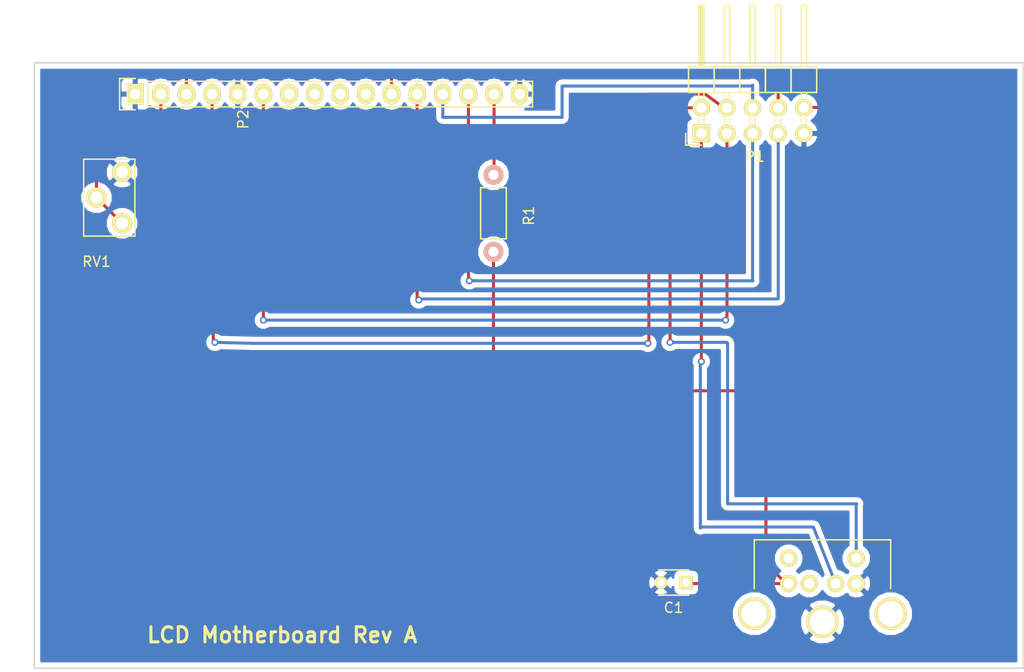
<source format=kicad_pcb>
(kicad_pcb (version 4) (host pcbnew 4.0.3-stable)

  (general
    (links 22)
    (no_connects 0)
    (area 96.599999 73.622599 198.075001 140.5024)
    (thickness 1.6)
    (drawings 6)
    (tracks 105)
    (zones 0)
    (modules 6)
    (nets 19)
  )

  (page A4)
  (layers
    (0 Top signal)
    (31 Bottom signal)
    (33 F.Adhes user)
    (34 B.Paste user)
    (35 F.Paste user)
    (36 B.SilkS user)
    (37 F.SilkS user)
    (38 B.Mask user)
    (39 F.Mask user)
    (40 Dwgs.User user)
    (41 Cmts.User user)
    (42 Eco1.User user)
    (43 Eco2.User user)
    (44 Edge.Cuts user)
    (45 Margin user)
    (48 B.Fab user)
    (49 F.Fab user)
  )

  (setup
    (last_trace_width 0.1524)
    (user_trace_width 0.2)
    (user_trace_width 0.3)
    (user_trace_width 0.5)
    (trace_clearance 0.1524)
    (zone_clearance 0.508)
    (zone_45_only no)
    (trace_min 0.1524)
    (segment_width 0.2)
    (edge_width 0.15)
    (via_size 0.6858)
    (via_drill 0.4)
    (via_min_size 0.6858)
    (via_min_drill 0.3302)
    (uvia_size 0.762)
    (uvia_drill 0.508)
    (uvias_allowed no)
    (uvia_min_size 0)
    (uvia_min_drill 0)
    (pcb_text_width 0.3)
    (pcb_text_size 1.5 1.5)
    (mod_edge_width 0.15)
    (mod_text_size 1 1)
    (mod_text_width 0.15)
    (pad_size 1.99898 1.99898)
    (pad_drill 1.19888)
    (pad_to_mask_clearance 0.2)
    (aux_axis_origin 110.1 82.9)
    (visible_elements 7FFFFFFF)
    (pcbplotparams
      (layerselection 0x010e0_80000001)
      (usegerberextensions true)
      (excludeedgelayer true)
      (linewidth 0.100000)
      (plotframeref false)
      (viasonmask false)
      (mode 1)
      (useauxorigin false)
      (hpglpennumber 1)
      (hpglpenspeed 20)
      (hpglpendiameter 15)
      (hpglpenoverlay 2)
      (psnegative false)
      (psa4output false)
      (plotreference true)
      (plotvalue true)
      (plotinvisibletext false)
      (padsonsilk false)
      (subtractmaskfromsilk false)
      (outputformat 1)
      (mirror false)
      (drillshape 0)
      (scaleselection 1)
      (outputdirectory Gerber/))
  )

  (net 0 "")
  (net 1 "Net-(J1-Pad1)")
  (net 2 "Net-(J1-Pad2)")
  (net 3 "Net-(J1-Pad5)")
  (net 4 "Net-(J1-Pad6)")
  (net 5 "Net-(P1-Pad3)")
  (net 6 "Net-(P1-Pad4)")
  (net 7 "Net-(P1-Pad5)")
  (net 8 "Net-(P1-Pad6)")
  (net 9 "Net-(P1-Pad7)")
  (net 10 "Net-(P1-Pad8)")
  (net 11 "Net-(P2-Pad7)")
  (net 12 "Net-(P2-Pad8)")
  (net 13 "Net-(P2-Pad9)")
  (net 14 "Net-(P2-Pad10)")
  (net 15 GND)
  (net 16 VCC)
  (net 17 "Net-(P2-Pad15)")
  (net 18 "Net-(P2-Pad3)")

  (net_class Default "This is the default net class."
    (clearance 0.1524)
    (trace_width 0.1524)
    (via_dia 0.6858)
    (via_drill 0.4)
    (uvia_dia 0.762)
    (uvia_drill 0.508)
    (add_net GND)
    (add_net "Net-(J1-Pad1)")
    (add_net "Net-(J1-Pad2)")
    (add_net "Net-(J1-Pad5)")
    (add_net "Net-(J1-Pad6)")
    (add_net "Net-(P1-Pad3)")
    (add_net "Net-(P1-Pad4)")
    (add_net "Net-(P1-Pad5)")
    (add_net "Net-(P1-Pad6)")
    (add_net "Net-(P1-Pad7)")
    (add_net "Net-(P1-Pad8)")
    (add_net "Net-(P2-Pad10)")
    (add_net "Net-(P2-Pad15)")
    (add_net "Net-(P2-Pad3)")
    (add_net "Net-(P2-Pad7)")
    (add_net "Net-(P2-Pad8)")
    (add_net "Net-(P2-Pad9)")
    (add_net VCC)
  )

  (module Pin_Headers:Pin_Header_Angled_2x05 (layer Top) (tedit 57D0B30D) (tstamp 579A9008)
    (at 166.1 87 90)
    (descr "Through hole pin header")
    (tags "pin header")
    (path /579A021D)
    (fp_text reference P1 (at -2.3 5.3 180) (layer F.SilkS)
      (effects (font (size 1 1) (thickness 0.15)))
    )
    (fp_text value CONN_02X05 (at -4.5 5.6 180) (layer F.Fab)
      (effects (font (size 1 1) (thickness 0.15)))
    )
    (fp_line (start -1.35 -1.75) (end -1.35 11.95) (layer F.CrtYd) (width 0.05))
    (fp_line (start 13.2 -1.75) (end 13.2 11.95) (layer F.CrtYd) (width 0.05))
    (fp_line (start -1.35 -1.75) (end 13.2 -1.75) (layer F.CrtYd) (width 0.05))
    (fp_line (start -1.35 11.95) (end 13.2 11.95) (layer F.CrtYd) (width 0.05))
    (fp_line (start 1.524 10.414) (end 1.016 10.414) (layer F.SilkS) (width 0.15))
    (fp_line (start 1.524 9.906) (end 1.016 9.906) (layer F.SilkS) (width 0.15))
    (fp_line (start 1.524 7.874) (end 1.016 7.874) (layer F.SilkS) (width 0.15))
    (fp_line (start 1.524 7.366) (end 1.016 7.366) (layer F.SilkS) (width 0.15))
    (fp_line (start 1.524 -0.254) (end 1.016 -0.254) (layer F.SilkS) (width 0.15))
    (fp_line (start 1.524 0.254) (end 1.016 0.254) (layer F.SilkS) (width 0.15))
    (fp_line (start 1.524 5.334) (end 1.016 5.334) (layer F.SilkS) (width 0.15))
    (fp_line (start 1.524 4.826) (end 1.016 4.826) (layer F.SilkS) (width 0.15))
    (fp_line (start 1.524 2.794) (end 1.016 2.794) (layer F.SilkS) (width 0.15))
    (fp_line (start 1.524 2.286) (end 1.016 2.286) (layer F.SilkS) (width 0.15))
    (fp_line (start 4.064 10.414) (end 3.556 10.414) (layer F.SilkS) (width 0.15))
    (fp_line (start 4.064 9.906) (end 3.556 9.906) (layer F.SilkS) (width 0.15))
    (fp_line (start 4.064 -0.254) (end 3.556 -0.254) (layer F.SilkS) (width 0.15))
    (fp_line (start 4.064 0.254) (end 3.556 0.254) (layer F.SilkS) (width 0.15))
    (fp_line (start 4.064 2.286) (end 3.556 2.286) (layer F.SilkS) (width 0.15))
    (fp_line (start 4.064 2.794) (end 3.556 2.794) (layer F.SilkS) (width 0.15))
    (fp_line (start 4.064 7.874) (end 3.556 7.874) (layer F.SilkS) (width 0.15))
    (fp_line (start 4.064 7.366) (end 3.556 7.366) (layer F.SilkS) (width 0.15))
    (fp_line (start 4.064 5.334) (end 3.556 5.334) (layer F.SilkS) (width 0.15))
    (fp_line (start 4.064 4.826) (end 3.556 4.826) (layer F.SilkS) (width 0.15))
    (fp_line (start 0 -1.55) (end -1.15 -1.55) (layer F.SilkS) (width 0.15))
    (fp_line (start -1.15 -1.55) (end -1.15 0) (layer F.SilkS) (width 0.15))
    (fp_line (start 6.604 -0.127) (end 12.573 -0.127) (layer F.SilkS) (width 0.15))
    (fp_line (start 12.573 -0.127) (end 12.573 0.127) (layer F.SilkS) (width 0.15))
    (fp_line (start 12.573 0.127) (end 6.731 0.127) (layer F.SilkS) (width 0.15))
    (fp_line (start 6.731 0.127) (end 6.731 0) (layer F.SilkS) (width 0.15))
    (fp_line (start 6.731 0) (end 12.573 0) (layer F.SilkS) (width 0.15))
    (fp_line (start 4.064 8.89) (end 6.604 8.89) (layer F.SilkS) (width 0.15))
    (fp_line (start 4.064 8.89) (end 4.064 11.43) (layer F.SilkS) (width 0.15))
    (fp_line (start 6.604 9.906) (end 12.7 9.906) (layer F.SilkS) (width 0.15))
    (fp_line (start 12.7 9.906) (end 12.7 10.414) (layer F.SilkS) (width 0.15))
    (fp_line (start 12.7 10.414) (end 6.604 10.414) (layer F.SilkS) (width 0.15))
    (fp_line (start 6.604 11.43) (end 6.604 8.89) (layer F.SilkS) (width 0.15))
    (fp_line (start 4.064 11.43) (end 6.604 11.43) (layer F.SilkS) (width 0.15))
    (fp_line (start 4.064 3.81) (end 6.604 3.81) (layer F.SilkS) (width 0.15))
    (fp_line (start 4.064 3.81) (end 4.064 6.35) (layer F.SilkS) (width 0.15))
    (fp_line (start 4.064 6.35) (end 6.604 6.35) (layer F.SilkS) (width 0.15))
    (fp_line (start 6.604 4.826) (end 12.7 4.826) (layer F.SilkS) (width 0.15))
    (fp_line (start 12.7 4.826) (end 12.7 5.334) (layer F.SilkS) (width 0.15))
    (fp_line (start 12.7 5.334) (end 6.604 5.334) (layer F.SilkS) (width 0.15))
    (fp_line (start 6.604 6.35) (end 6.604 3.81) (layer F.SilkS) (width 0.15))
    (fp_line (start 6.604 8.89) (end 6.604 6.35) (layer F.SilkS) (width 0.15))
    (fp_line (start 12.7 7.874) (end 6.604 7.874) (layer F.SilkS) (width 0.15))
    (fp_line (start 12.7 7.366) (end 12.7 7.874) (layer F.SilkS) (width 0.15))
    (fp_line (start 6.604 7.366) (end 12.7 7.366) (layer F.SilkS) (width 0.15))
    (fp_line (start 4.064 8.89) (end 6.604 8.89) (layer F.SilkS) (width 0.15))
    (fp_line (start 4.064 6.35) (end 4.064 8.89) (layer F.SilkS) (width 0.15))
    (fp_line (start 4.064 6.35) (end 6.604 6.35) (layer F.SilkS) (width 0.15))
    (fp_line (start 4.064 1.27) (end 6.604 1.27) (layer F.SilkS) (width 0.15))
    (fp_line (start 4.064 1.27) (end 4.064 3.81) (layer F.SilkS) (width 0.15))
    (fp_line (start 4.064 3.81) (end 6.604 3.81) (layer F.SilkS) (width 0.15))
    (fp_line (start 6.604 2.286) (end 12.7 2.286) (layer F.SilkS) (width 0.15))
    (fp_line (start 12.7 2.286) (end 12.7 2.794) (layer F.SilkS) (width 0.15))
    (fp_line (start 12.7 2.794) (end 6.604 2.794) (layer F.SilkS) (width 0.15))
    (fp_line (start 6.604 3.81) (end 6.604 1.27) (layer F.SilkS) (width 0.15))
    (fp_line (start 6.604 1.27) (end 6.604 -1.27) (layer F.SilkS) (width 0.15))
    (fp_line (start 12.7 0.254) (end 6.604 0.254) (layer F.SilkS) (width 0.15))
    (fp_line (start 12.7 -0.254) (end 12.7 0.254) (layer F.SilkS) (width 0.15))
    (fp_line (start 6.604 -0.254) (end 12.7 -0.254) (layer F.SilkS) (width 0.15))
    (fp_line (start 4.064 1.27) (end 6.604 1.27) (layer F.SilkS) (width 0.15))
    (fp_line (start 4.064 -1.27) (end 4.064 1.27) (layer F.SilkS) (width 0.15))
    (fp_line (start 4.064 -1.27) (end 6.604 -1.27) (layer F.SilkS) (width 0.15))
    (pad 10 thru_hole rect (at 0 0 90) (size 1.7272 1.7272) (drill 1.016) (layers *.Cu *.Mask F.SilkS)
      (net 1 "Net-(J1-Pad1)"))
    (pad 9 thru_hole oval (at 2.54 0 90) (size 1.7272 1.7272) (drill 1.016) (layers *.Cu *.Mask F.SilkS)
      (net 3 "Net-(J1-Pad5)"))
    (pad 8 thru_hole oval (at 0 2.54 90) (size 1.7272 1.7272) (drill 1.016) (layers *.Cu *.Mask F.SilkS)
      (net 10 "Net-(P1-Pad8)"))
    (pad 7 thru_hole oval (at 2.54 2.54 90) (size 1.7272 1.7272) (drill 1.016) (layers *.Cu *.Mask F.SilkS)
      (net 9 "Net-(P1-Pad7)"))
    (pad 6 thru_hole oval (at 0 5.08 90) (size 1.7272 1.7272) (drill 1.016) (layers *.Cu *.Mask F.SilkS)
      (net 8 "Net-(P1-Pad6)"))
    (pad 5 thru_hole oval (at 2.54 5.08 90) (size 1.7272 1.7272) (drill 1.016) (layers *.Cu *.Mask F.SilkS)
      (net 7 "Net-(P1-Pad5)"))
    (pad 4 thru_hole oval (at 0 7.62 90) (size 1.7272 1.7272) (drill 1.016) (layers *.Cu *.Mask F.SilkS)
      (net 6 "Net-(P1-Pad4)"))
    (pad 3 thru_hole oval (at 2.54 7.62 90) (size 1.7272 1.7272) (drill 1.016) (layers *.Cu *.Mask F.SilkS)
      (net 5 "Net-(P1-Pad3)"))
    (pad 2 thru_hole oval (at 0 10.16 90) (size 1.7272 1.7272) (drill 1.016) (layers *.Cu *.Mask F.SilkS)
      (net 15 GND))
    (pad 1 thru_hole oval (at 2.54 10.16 90) (size 1.7272 1.7272) (drill 1.016) (layers *.Cu *.Mask F.SilkS)
      (net 16 VCC))
    (model Pin_Headers.3dshapes/Pin_Header_Angled_2x05.wrl
      (at (xyz 0.05 -0.2 0))
      (scale (xyz 1 1 1))
      (rotate (xyz 0 0 90))
    )
  )

  (module Capacitors_ThroughHole:C_Disc_D3_P2.5 (layer Top) (tedit 57BCD550) (tstamp 57A87480)
    (at 164.6 131.5 180)
    (descr "Capacitor 3mm Disc, Pitch 2.5mm")
    (tags Capacitor)
    (path /579A005D)
    (fp_text reference C1 (at 1.25 -2.5 180) (layer F.SilkS)
      (effects (font (size 1 1) (thickness 0.15)))
    )
    (fp_text value ".01 uf" (at 1.6 2.3 180) (layer F.Fab)
      (effects (font (size 1 1) (thickness 0.15)))
    )
    (fp_line (start -0.9 -1.5) (end 3.4 -1.5) (layer F.CrtYd) (width 0.05))
    (fp_line (start 3.4 -1.5) (end 3.4 1.5) (layer F.CrtYd) (width 0.05))
    (fp_line (start 3.4 1.5) (end -0.9 1.5) (layer F.CrtYd) (width 0.05))
    (fp_line (start -0.9 1.5) (end -0.9 -1.5) (layer F.CrtYd) (width 0.05))
    (fp_line (start -0.25 -1.25) (end 2.75 -1.25) (layer F.SilkS) (width 0.15))
    (fp_line (start 2.75 1.25) (end -0.25 1.25) (layer F.SilkS) (width 0.15))
    (pad 1 thru_hole rect (at 0 0 180) (size 1.3 1.3) (drill 0.8) (layers *.Cu *.Mask F.SilkS)
      (net 16 VCC))
    (pad 2 thru_hole circle (at 2.5 0 180) (size 1.3 1.3) (drill 0.8001) (layers *.Cu *.Mask F.SilkS)
      (net 15 GND))
    (model Capacitors_ThroughHole.3dshapes/C_Disc_D3_P2.5.wrl
      (at (xyz 0.0492126 0 0))
      (scale (xyz 1 1 1))
      (rotate (xyz 0 0 0))
    )
  )

  (module Pin_Headers:Pin_Header_Straight_1x16 (layer Top) (tedit 57D0B2E0) (tstamp 57AC88D3)
    (at 110 83.1 90)
    (descr "Through hole pin header")
    (tags "pin header")
    (path /57AC86CB)
    (fp_text reference P2 (at -2.5 10.7 90) (layer F.SilkS)
      (effects (font (size 1 1) (thickness 0.15)))
    )
    (fp_text value CONN_01X16 (at -2.5 19.2 360) (layer F.Fab)
      (effects (font (size 1 1) (thickness 0.15)))
    )
    (fp_line (start -1.75 -1.75) (end -1.75 39.85) (layer F.CrtYd) (width 0.05))
    (fp_line (start 1.75 -1.75) (end 1.75 39.85) (layer F.CrtYd) (width 0.05))
    (fp_line (start -1.75 -1.75) (end 1.75 -1.75) (layer F.CrtYd) (width 0.05))
    (fp_line (start -1.75 39.85) (end 1.75 39.85) (layer F.CrtYd) (width 0.05))
    (fp_line (start -1.27 1.27) (end -1.27 39.37) (layer F.SilkS) (width 0.15))
    (fp_line (start -1.27 39.37) (end 1.27 39.37) (layer F.SilkS) (width 0.15))
    (fp_line (start 1.27 39.37) (end 1.27 1.27) (layer F.SilkS) (width 0.15))
    (fp_line (start 1.55 -1.55) (end 1.55 0) (layer F.SilkS) (width 0.15))
    (fp_line (start 1.27 1.27) (end -1.27 1.27) (layer F.SilkS) (width 0.15))
    (fp_line (start -1.55 0) (end -1.55 -1.55) (layer F.SilkS) (width 0.15))
    (fp_line (start -1.55 -1.55) (end 1.55 -1.55) (layer F.SilkS) (width 0.15))
    (pad 1 thru_hole rect (at 0 0 90) (size 2.032 1.7272) (drill 1.016) (layers *.Cu *.Mask F.SilkS)
      (net 15 GND))
    (pad 2 thru_hole oval (at 0 2.54 90) (size 2.032 1.7272) (drill 1.016) (layers *.Cu *.Mask F.SilkS)
      (net 16 VCC))
    (pad 3 thru_hole oval (at 0 5.08 90) (size 2.032 1.7272) (drill 1.016) (layers *.Cu *.Mask F.SilkS)
      (net 18 "Net-(P2-Pad3)"))
    (pad 4 thru_hole oval (at 0 7.62 90) (size 2.032 1.7272) (drill 1.016) (layers *.Cu *.Mask F.SilkS)
      (net 9 "Net-(P1-Pad7)"))
    (pad 5 thru_hole oval (at 0 10.16 90) (size 2.032 1.7272) (drill 1.016) (layers *.Cu *.Mask F.SilkS)
      (net 15 GND))
    (pad 6 thru_hole oval (at 0 12.7 90) (size 2.032 1.7272) (drill 1.016) (layers *.Cu *.Mask F.SilkS)
      (net 10 "Net-(P1-Pad8)"))
    (pad 7 thru_hole oval (at 0 15.24 90) (size 2.032 1.7272) (drill 1.016) (layers *.Cu *.Mask F.SilkS)
      (net 11 "Net-(P2-Pad7)"))
    (pad 8 thru_hole oval (at 0 17.78 90) (size 2.032 1.7272) (drill 1.016) (layers *.Cu *.Mask F.SilkS)
      (net 12 "Net-(P2-Pad8)"))
    (pad 9 thru_hole oval (at 0 20.32 90) (size 2.032 1.7272) (drill 1.016) (layers *.Cu *.Mask F.SilkS)
      (net 13 "Net-(P2-Pad9)"))
    (pad 10 thru_hole oval (at 0 22.86 90) (size 2.032 1.7272) (drill 1.016) (layers *.Cu *.Mask F.SilkS)
      (net 14 "Net-(P2-Pad10)"))
    (pad 11 thru_hole oval (at 0 25.4 90) (size 2.032 1.7272) (drill 1.016) (layers *.Cu *.Mask F.SilkS)
      (net 5 "Net-(P1-Pad3)"))
    (pad 12 thru_hole oval (at 0 27.94 90) (size 2.032 1.7272) (drill 1.016) (layers *.Cu *.Mask F.SilkS)
      (net 6 "Net-(P1-Pad4)"))
    (pad 13 thru_hole oval (at 0 30.48 90) (size 2.032 1.7272) (drill 1.016) (layers *.Cu *.Mask F.SilkS)
      (net 7 "Net-(P1-Pad5)"))
    (pad 14 thru_hole oval (at 0 33.02 90) (size 2.032 1.7272) (drill 1.016) (layers *.Cu *.Mask F.SilkS)
      (net 8 "Net-(P1-Pad6)"))
    (pad 15 thru_hole oval (at 0 35.56 90) (size 2.032 1.7272) (drill 1.016) (layers *.Cu *.Mask F.SilkS)
      (net 17 "Net-(P2-Pad15)"))
    (pad 16 thru_hole oval (at 0 38.1 90) (size 2.032 1.7272) (drill 1.016) (layers *.Cu *.Mask F.SilkS)
      (net 15 GND))
    (model Pin_Headers.3dshapes/Pin_Header_Straight_1x16.wrl
      (at (xyz 0 -0.75 0))
      (scale (xyz 1 1 1))
      (rotate (xyz 0 0 90))
    )
  )

  (module myfootprint:DIN_Mini_6P (layer Top) (tedit 57F02C2A) (tstamp 579A8FFA)
    (at 178.1 140.1 180)
    (descr http://www.te.com/commerce/DocumentDelivery/DDEController?Action=showdoc&DocId=Customer+Drawing%7F5749180%7FA1%7Fpdf%7FEnglish%7FENG_CD_5749180_A1.pdf%7F5749180-1)
    (tags PS2)
    (path /57A274D4)
    (fp_text reference J1 (at -0.1 14.4 180) (layer F.SilkS) hide
      (effects (font (size 1 1) (thickness 0.15)))
    )
    (fp_text value CONN_miniDIN (at -0.1 16 180) (layer F.Fab)
      (effects (font (size 1 1) (thickness 0.15)))
    )
    (fp_line (start 6.76 8) (end 6.76 12.83) (layer F.SilkS) (width 0.15))
    (fp_line (start -6.76 12.83) (end 6.76 12.83) (layer F.SilkS) (width 0.15))
    (fp_line (start -6.76 8) (end -6.76 12.83) (layer F.SilkS) (width 0.15))
    (fp_line (start -6.76 0) (end 6.76 0) (layer F.CrtYd) (width 0.05))
    (fp_line (start 6.76 12.83) (end 6.76 0) (layer F.CrtYd) (width 0.05))
    (fp_line (start -6.76 12.83) (end -6.76 0) (layer F.CrtYd) (width 0.05))
    (pad "" thru_hole circle (at -6.76 5.51 180) (size 3.2 3.2) (drill 2.5) (layers *.Cu *.Mask F.SilkS))
    (pad 2 thru_hole circle (at 1.3 8.5 180) (size 1.7 1.7) (drill 1) (layers *.Cu *.Mask F.SilkS)
      (net 2 "Net-(J1-Pad2)"))
    (pad 4 thru_hole circle (at 3.35 8.5 180) (size 1.7 1.7) (drill 1) (layers *.Cu *.Mask F.SilkS)
      (net 16 VCC))
    (pad 1 thru_hole circle (at -1.3 8.5 180) (size 1.7 1.7) (drill 1) (layers *.Cu *.Mask F.SilkS)
      (net 1 "Net-(J1-Pad1)"))
    (pad 3 thru_hole circle (at -3.35 8.5 180) (size 1.7 1.7) (drill 1) (layers *.Cu *.Mask F.SilkS)
      (net 15 GND))
    (pad 6 thru_hole circle (at 3.35 11 180) (size 1.7 1.7) (drill 1) (layers *.Cu *.Mask F.SilkS)
      (net 4 "Net-(J1-Pad6)"))
    (pad 5 thru_hole circle (at -3.35 11 180) (size 1.7 1.7) (drill 1) (layers *.Cu *.Mask F.SilkS)
      (net 3 "Net-(J1-Pad5)"))
    (pad 7 thru_hole circle (at 0 4.7 180) (size 3.2 3.2) (drill 2.5) (layers *.Cu *.Mask F.SilkS)
      (net 15 GND))
    (pad "" thru_hole circle (at 6.76 5.51 180) (size 3.2 3.2) (drill 2.5) (layers *.Cu *.Mask F.SilkS))
    (model Connect.3dshapes/DIN_Mini_6P.wrl
      (at (xyz 0 -0 0))
      (scale (xyz 1 1 1))
      (rotate (xyz 0 0 0))
    )
  )

  (module Resistors_ThroughHole:Resistor_Horizontal_RM7mm (layer Top) (tedit 569FCF07) (tstamp 58010ACF)
    (at 145.5 91.1 270)
    (descr "Resistor, Axial,  RM 7.62mm, 1/3W,")
    (tags "Resistor Axial RM 7.62mm 1/3W R3")
    (path /5799FE6C)
    (fp_text reference R1 (at 4.05892 -3.50012 270) (layer F.SilkS)
      (effects (font (size 1 1) (thickness 0.15)))
    )
    (fp_text value 62 (at 3.81 3.81 270) (layer F.Fab)
      (effects (font (size 1 1) (thickness 0.15)))
    )
    (fp_line (start -1.25 -1.5) (end 8.85 -1.5) (layer F.CrtYd) (width 0.05))
    (fp_line (start -1.25 1.5) (end -1.25 -1.5) (layer F.CrtYd) (width 0.05))
    (fp_line (start 8.85 -1.5) (end 8.85 1.5) (layer F.CrtYd) (width 0.05))
    (fp_line (start -1.25 1.5) (end 8.85 1.5) (layer F.CrtYd) (width 0.05))
    (fp_line (start 1.27 -1.27) (end 6.35 -1.27) (layer F.SilkS) (width 0.15))
    (fp_line (start 6.35 -1.27) (end 6.35 1.27) (layer F.SilkS) (width 0.15))
    (fp_line (start 6.35 1.27) (end 1.27 1.27) (layer F.SilkS) (width 0.15))
    (fp_line (start 1.27 1.27) (end 1.27 -1.27) (layer F.SilkS) (width 0.15))
    (pad 1 thru_hole circle (at 0 0 270) (size 1.99898 1.99898) (drill 1.00076) (layers *.Cu *.SilkS *.Mask)
      (net 17 "Net-(P2-Pad15)"))
    (pad 2 thru_hole circle (at 7.62 0 270) (size 1.99898 1.99898) (drill 1.00076) (layers *.Cu *.SilkS *.Mask)
      (net 16 VCC))
  )

  (module myfootprint:Potentiometer_Bourns_3382H (layer Top) (tedit 580A2EE7) (tstamp 57D078EB)
    (at 108.7 95.9 180)
    (descr "Potentiometer, Bourns 3352H 3/8\" Trimpot")
    (tags "Potentiometer, Bourns 3352H")
    (path /5799FF27)
    (autoplace_cost90 10)
    (autoplace_cost180 10)
    (fp_text reference RV1 (at 2.54 -3.81 180) (layer F.SilkS)
      (effects (font (size 1 1) (thickness 0.15)))
    )
    (fp_text value 10K (at 2.54 8.382 180) (layer F.Fab)
      (effects (font (size 1 1) (thickness 0.15)))
    )
    (fp_line (start 3.81 -1.27) (end 3.81 6.35) (layer F.SilkS) (width 0.15))
    (fp_line (start 3.81 6.35) (end -1.27 6.35) (layer F.SilkS) (width 0.15))
    (fp_line (start -1.27 6.35) (end -1.27 -1.27) (layer F.SilkS) (width 0.15))
    (fp_line (start -1.27 -1.27) (end 3.81 -1.27) (layer F.SilkS) (width 0.15))
    (pad 2 thru_hole circle (at 2.54 2.54 180) (size 1.99898 1.99898) (drill 1.19888) (layers *.Cu *.Mask F.SilkS)
      (net 18 "Net-(P2-Pad3)"))
    (pad 3 thru_hole circle (at 0 5.08 180) (size 1.99898 1.99898) (drill 1.19888) (layers *.Cu *.Mask F.SilkS)
      (net 15 GND))
    (pad 1 thru_hole circle (at 0 0 180) (size 1.99898 1.99898) (drill 1.19888) (layers *.Cu *.Mask F.SilkS)
      (net 18 "Net-(P2-Pad3)"))
  )

  (gr_text "LCD Motherboard Rev A" (at 111 136.7) (layer F.SilkS)
    (effects (font (size 1.5 1.5) (thickness 0.3)) (justify left))
  )
  (gr_line (start 198 140) (end 100 140) (angle 90) (layer Edge.Cuts) (width 0.15))
  (gr_line (start 100 140) (end 100 80) (angle 90) (layer Edge.Cuts) (width 0.15))
  (gr_line (start 198 80) (end 198 140) (angle 90) (layer Edge.Cuts) (width 0.15))
  (gr_line (start 100 80) (end 198 80) (angle 90) (layer Edge.Cuts) (width 0.15))
  (gr_line (start 96.7 107.4) (end 96.7 107) (angle 90) (layer B.Adhes) (width 0.2))

  (segment (start 179.98 117.48) (end 180 117.5) (width 0.3) (layer Top) (net 0) (tstamp 57BCD1E6) (status 30))
  (segment (start 179.98 117.48) (end 180 117.5) (width 0.3) (layer Top) (net 0) (tstamp 57BCD11D) (status 30))
  (segment (start 166.1 87) (end 166.1 109.6) (width 0.3) (layer Top) (net 1))
  (segment (start 177.2 126) (end 179.4 131.6) (width 0.3) (layer Bottom) (net 1) (tstamp 57F030FF))
  (segment (start 177 126) (end 177.2 126) (width 0.3) (layer Bottom) (net 1) (tstamp 57F030FA))
  (segment (start 166.1 126) (end 177 126) (width 0.3) (layer Bottom) (net 1) (tstamp 57F030F6))
  (segment (start 166 126.1) (end 166.1 126) (width 0.3) (layer Bottom) (net 1) (tstamp 57F030F2))
  (segment (start 166 109.7) (end 166 126.1) (width 0.3) (layer Bottom) (net 1) (tstamp 57F030ED))
  (segment (start 166.1 109.6) (end 166 109.7) (width 0.3) (layer Bottom) (net 1) (tstamp 57F030EC))
  (via (at 166.1 109.6) (size 0.6858) (drill 0.4) (layers Top Bottom) (net 1))
  (segment (start 166.1 84.46) (end 162.96 84.46) (width 0.3) (layer Top) (net 3))
  (segment (start 181.45 123.75) (end 181.45 129.1) (width 0.3) (layer Bottom) (net 3) (tstamp 57F0333A))
  (segment (start 181.5 123.7) (end 181.45 123.75) (width 0.3) (layer Bottom) (net 3) (tstamp 57F03336))
  (segment (start 168.9 123.7) (end 181.5 123.7) (width 0.3) (layer Bottom) (net 3) (tstamp 57F0332D))
  (segment (start 168.7 123.7) (end 168.9 123.7) (width 0.3) (layer Bottom) (net 3) (tstamp 57F03327))
  (segment (start 168.7 107.8) (end 168.7 123.7) (width 0.3) (layer Bottom) (net 3) (tstamp 57F0331E))
  (segment (start 168.6 107.7) (end 168.7 107.8) (width 0.3) (layer Bottom) (net 3) (tstamp 57F03317))
  (segment (start 163 107.7) (end 168.6 107.7) (width 0.3) (layer Bottom) (net 3) (tstamp 57F03316))
  (via (at 163 107.7) (size 0.6858) (drill 0.4) (layers Top Bottom) (net 3))
  (segment (start 163 84.5) (end 163 107.7) (width 0.3) (layer Top) (net 3) (tstamp 57F032DD))
  (segment (start 162.96 84.46) (end 163 84.5) (width 0.3) (layer Top) (net 3) (tstamp 57F032D4))
  (segment (start 181.517312 129.122912) (end 181.5 129.1) (width 0.1524) (layer Top) (net 3) (tstamp 57A68131) (status 30))
  (segment (start 181.5 129.1) (end 181.5 129.090571) (width 0.1524) (layer Top) (net 3) (status 30))
  (segment (start 173.72 84.46) (end 173.72 81.08) (width 0.3) (layer Top) (net 5))
  (segment (start 135.4 81.2) (end 135.4 83.1) (width 0.3) (layer Top) (net 5) (tstamp 580D2336))
  (segment (start 135.5 81.1) (end 135.4 81.2) (width 0.3) (layer Top) (net 5) (tstamp 580D232A))
  (segment (start 173.7 81.1) (end 135.5 81.1) (width 0.3) (layer Top) (net 5) (tstamp 580D2319))
  (segment (start 173.72 81.08) (end 173.7 81.1) (width 0.3) (layer Top) (net 5) (tstamp 580D2312))
  (segment (start 173.72 84.46) (end 173.72 83.62) (width 0.3) (layer Top) (net 5) (status 30))
  (segment (start 173.72 84.66) (end 173.54 84.66) (width 0.25) (layer Bottom) (net 5) (status 30))
  (segment (start 173.72 103.38) (end 173.72 87.2) (width 0.3) (layer Bottom) (net 6) (tstamp 57A67877) (status 20))
  (segment (start 138.1 103.5) (end 138.2 103.4) (width 0.3) (layer Bottom) (net 6) (tstamp 57A67874))
  (segment (start 173.7 103.4) (end 173.72 103.38) (width 0.3) (layer Bottom) (net 6) (tstamp 57A67876))
  (segment (start 138.2 103.4) (end 173.7 103.4) (width 0.3) (layer Bottom) (net 6) (tstamp 57A67875))
  (via (at 138.1 103.5) (size 0.6858) (drill 0.4) (layers Top Bottom) (net 6))
  (segment (start 137.98 103.5) (end 138.1 103.5) (width 0.3) (layer Top) (net 6) (tstamp 57A67872))
  (segment (start 137.94 103.54) (end 137.98 103.5) (width 0.3) (layer Top) (net 6) (tstamp 57A67871))
  (segment (start 137.94 83.4) (end 137.94 103.54) (width 0.3) (layer Top) (net 6) (status 10))
  (segment (start 152.3 82.3) (end 152.3 85.4) (width 0.3) (layer Bottom) (net 7))
  (segment (start 171.18 82.22) (end 171.1 82.3) (width 0.3) (layer Bottom) (net 7) (tstamp 580D237B))
  (segment (start 171.1 82.3) (end 152.3 82.3) (width 0.3) (layer Bottom) (net 7) (tstamp 580D238A))
  (segment (start 152.3 85.4) (end 140.5 85.4) (width 0.3) (layer Bottom) (net 7) (tstamp 580D23A7))
  (segment (start 140.5 85.4) (end 140.48 85.38) (width 0.3) (layer Bottom) (net 7) (tstamp 580D23B1))
  (segment (start 140.48 83.1) (end 140.48 85.38) (width 0.3) (layer Bottom) (net 7) (tstamp 580D23B9))
  (segment (start 171.18 82.22) (end 171.18 84.46) (width 0.3) (layer Bottom) (net 7))
  (segment (start 143.02 83.4) (end 143.02 101.52) (width 0.3) (layer Top) (net 8) (status 10))
  (via (at 143.1 101.6) (size 0.6858) (drill 0.4) (layers Top Bottom) (net 8))
  (segment (start 143.02 101.52) (end 143.1 101.6) (width 0.3) (layer Top) (net 8) (tstamp 57A6787E))
  (segment (start 143.1 101.6) (end 171.2 101.6) (width 0.3) (layer Bottom) (net 8) (tstamp 57A67889))
  (segment (start 171.2 101.6) (end 171.18 101.58) (width 0.3) (layer Bottom) (net 8) (tstamp 57A6788A))
  (segment (start 171.18 101.58) (end 171.18 87.2) (width 0.3) (layer Bottom) (net 8) (tstamp 57A6788F) (status 20))
  (segment (start 160.9 83.1) (end 160.9 87.9) (width 0.3) (layer Top) (net 9))
  (segment (start 166.48 83.1) (end 160.9 83.1) (width 0.3) (layer Top) (net 9) (tstamp 57A885C7))
  (segment (start 168.34 84.46) (end 166.48 83.1) (width 0.3) (layer Top) (net 9) (tstamp 57A885C3) (status 10))
  (segment (start 168.64 84.46) (end 168.34 84.46) (width 0.3) (layer Top) (net 9) (status 30))
  (segment (start 117.62 83.4) (end 117.62 96.78) (width 0.3) (layer Top) (net 9) (status 10))
  (segment (start 117.62 96.78) (end 117.74 107.6) (width 0.3) (layer Top) (net 9) (tstamp 57A677D4))
  (segment (start 117.74 107.6) (end 117.9 107.7) (width 0.3) (layer Top) (net 9) (tstamp 57A677D5))
  (via (at 117.9 107.7) (size 0.6858) (drill 0.4) (layers Top Bottom) (net 9))
  (segment (start 117.9 107.7) (end 121.7 107.8) (width 0.3) (layer Bottom) (net 9) (tstamp 57A677D7))
  (segment (start 121.7 107.8) (end 160.8 107.8) (width 0.3) (layer Bottom) (net 9) (tstamp 57A677D8))
  (via (at 160.8 107.8) (size 0.6858) (drill 0.4) (layers Top Bottom) (net 9))
  (segment (start 160.8 107.8) (end 160.9 107.7) (width 0.3) (layer Top) (net 9) (tstamp 57A677DA))
  (segment (start 160.9 107.7) (end 160.9 88) (width 0.3) (layer Top) (net 9) (tstamp 57A677DB))
  (segment (start 122.7 83.4) (end 122.7 105.5) (width 0.3) (layer Top) (net 10) (status 10))
  (via (at 122.7 105.5) (size 0.6858) (drill 0.4) (layers Top Bottom) (net 10))
  (segment (start 122.7 105.5) (end 168.5 105.5) (width 0.3) (layer Bottom) (net 10) (tstamp 57A88538))
  (via (at 168.5 105.5) (size 0.6858) (drill 0.4) (layers Top Bottom) (net 10))
  (segment (start 168.5 105.5) (end 168.64 105.36) (width 0.3) (layer Top) (net 10) (tstamp 57A88551))
  (segment (start 168.64 105.36) (end 168.64 87) (width 0.3) (layer Top) (net 10) (tstamp 57A88552) (status 20))
  (segment (start 168.5 86.5) (end 168.64 86.64) (width 0.3) (layer Top) (net 10) (tstamp 57A677DE) (status 30))
  (segment (start 181.45 131.55) (end 181.45 131.6) (width 0.3) (layer Top) (net 15) (tstamp 57BCD208))
  (segment (start 181.45 131.55) (end 181.45 131.6) (width 0.3) (layer Top) (net 15) (tstamp 57BCD0A4))
  (segment (start 112.5 90.82) (end 112.5 112.5) (width 0.3) (layer Top) (net 16))
  (segment (start 112.5 90.82) (end 112.54 90.82) (width 0.3) (layer Top) (net 16) (tstamp 58012814))
  (segment (start 112.52 90.8) (end 112.54 90.8) (width 0.3) (layer Top) (net 16) (tstamp 58010B06))
  (segment (start 112.54 90.82) (end 112.52 90.8) (width 0.3) (layer Top) (net 16) (tstamp 58010B02))
  (segment (start 112.54 90.6) (end 112.54 90.8) (width 0.3) (layer Top) (net 16) (tstamp 57D07DCD))
  (segment (start 145.5 98.72) (end 145.5 112.4) (width 0.3) (layer Top) (net 16))
  (segment (start 145.5 112.4) (end 145.6 112.5) (width 0.3) (layer Top) (net 16) (tstamp 580D21FE))
  (segment (start 176.42 84.42) (end 177.8 84.42) (width 0.3) (layer Top) (net 16))
  (segment (start 177.8 112.5) (end 172.5 112.5) (width 0.3) (layer Top) (net 16) (tstamp 58010C5F))
  (segment (start 177.8 84.42) (end 177.8 112.5) (width 0.3) (layer Top) (net 16) (tstamp 58010C4B))
  (segment (start 176.42 84.42) (end 176.26 84.46) (width 0.3) (layer Top) (net 16) (tstamp 5808BFA1))
  (segment (start 112.5 112.5) (end 145.6 112.5) (width 0.3) (layer Top) (net 16) (tstamp 58012816))
  (segment (start 145.6 112.5) (end 172.5 112.5) (width 0.3) (layer Top) (net 16) (tstamp 5801284F))
  (segment (start 174.75 131.6) (end 174.5 131.6) (width 0.3) (layer Top) (net 16))
  (segment (start 174.5 131.6) (end 172.5 129.6) (width 0.3) (layer Top) (net 16) (tstamp 58010C8F))
  (segment (start 172.5 129.6) (end 172.5 112.5) (width 0.3) (layer Top) (net 16) (tstamp 58010C96))
  (segment (start 164.6 131.5) (end 164.6 131.3) (width 0.3) (layer Top) (net 16) (status 10))
  (segment (start 164.9 131.6) (end 164.6 131.6) (width 0.3) (layer Top) (net 16) (tstamp 57F02DF8))
  (segment (start 164.6 131.3) (end 164.9 131.6) (width 0.3) (layer Top) (net 16) (tstamp 57F02DF1))
  (segment (start 164.6 131.6) (end 174.75 131.6) (width 0.3) (layer Top) (net 16) (tstamp 57F02DFB))
  (segment (start 174.7 131.6) (end 174.7 131.7) (width 0.3) (layer Top) (net 16) (status 30))
  (segment (start 112.54 83.1) (end 112.54 90.6) (width 0.3) (layer Top) (net 16) (status 10))
  (segment (start 145.56 83.1) (end 145.56 90.86) (width 0.3) (layer Top) (net 17) (status 20))
  (segment (start 145.56 90.86) (end 145.6 90.9) (width 0.3) (layer Top) (net 17) (tstamp 57B1C764) (status 30))
  (segment (start 145.56 90.86) (end 145.6 90.9) (width 0.3) (layer Top) (net 17) (tstamp 57B1C72E) (status 30))
  (segment (start 106.16 93.36) (end 108.7 95.9) (width 0.3) (layer Top) (net 18))
  (segment (start 108.74 95.86) (end 108.7 95.9) (width 0.3) (layer Top) (net 18) (tstamp 57B668E7) (status 30))
  (segment (start 115.08 83.1) (end 115.08 81.02) (width 0.3) (layer Top) (net 18))
  (segment (start 106.16 81.26) (end 106.16 93.36) (width 0.3) (layer Top) (net 18) (tstamp 580A2E3C))
  (segment (start 106 81.1) (end 106.16 81.26) (width 0.3) (layer Top) (net 18) (tstamp 580A2E23))
  (segment (start 115 81.1) (end 106 81.1) (width 0.3) (layer Top) (net 18) (tstamp 580A2E16))
  (segment (start 115.08 81.02) (end 115 81.1) (width 0.3) (layer Top) (net 18) (tstamp 580A2E12))

  (zone (net 15) (net_name GND) (layer Bottom) (tstamp 57A887F0) (hatch edge 0.508)
    (connect_pads (clearance 0.508))
    (min_thickness 0.254)
    (fill yes (arc_segments 16) (thermal_gap 0.508) (thermal_bridge_width 0.508))
    (polygon
      (pts
        (xy 100.1 80.1) (xy 100 140) (xy 198 140) (xy 198 80) (xy 100 80)
      )
    )
    (filled_polygon
      (pts
        (xy 197.29 139.29) (xy 100.71 139.29) (xy 100.71 136.986202) (xy 176.693403 136.986202) (xy 176.86539 137.31536)
        (xy 177.692346 137.642026) (xy 178.581363 137.627365) (xy 179.33461 137.31536) (xy 179.506597 136.986202) (xy 178.1 135.579605)
        (xy 176.693403 136.986202) (xy 100.71 136.986202) (xy 100.71 135.032619) (xy 169.104613 135.032619) (xy 169.444155 135.854372)
        (xy 170.072321 136.483636) (xy 170.893481 136.824611) (xy 171.782619 136.825387) (xy 172.604372 136.485845) (xy 173.233636 135.857679)
        (xy 173.574611 135.036519) (xy 173.574649 134.992346) (xy 175.857974 134.992346) (xy 175.872635 135.881363) (xy 176.18464 136.63461)
        (xy 176.513798 136.806597) (xy 177.920395 135.4) (xy 178.279605 135.4) (xy 179.686202 136.806597) (xy 180.01536 136.63461)
        (xy 180.342026 135.807654) (xy 180.329245 135.032619) (xy 182.624613 135.032619) (xy 182.964155 135.854372) (xy 183.592321 136.483636)
        (xy 184.413481 136.824611) (xy 185.302619 136.825387) (xy 186.124372 136.485845) (xy 186.753636 135.857679) (xy 187.094611 135.036519)
        (xy 187.095387 134.147381) (xy 186.755845 133.325628) (xy 186.127679 132.696364) (xy 185.306519 132.355389) (xy 184.417381 132.354613)
        (xy 183.595628 132.694155) (xy 182.966364 133.322321) (xy 182.625389 134.143481) (xy 182.624613 135.032619) (xy 180.329245 135.032619)
        (xy 180.327365 134.918637) (xy 180.01536 134.16539) (xy 179.686202 133.993403) (xy 178.279605 135.4) (xy 177.920395 135.4)
        (xy 176.513798 133.993403) (xy 176.18464 134.16539) (xy 175.857974 134.992346) (xy 173.574649 134.992346) (xy 173.575387 134.147381)
        (xy 173.437554 133.813798) (xy 176.693403 133.813798) (xy 178.1 135.220395) (xy 179.506597 133.813798) (xy 179.33461 133.48464)
        (xy 178.507654 133.157974) (xy 177.618637 133.172635) (xy 176.86539 133.48464) (xy 176.693403 133.813798) (xy 173.437554 133.813798)
        (xy 173.235845 133.325628) (xy 172.607679 132.696364) (xy 171.786519 132.355389) (xy 170.897381 132.354613) (xy 170.075628 132.694155)
        (xy 169.446364 133.322321) (xy 169.105389 134.143481) (xy 169.104613 135.032619) (xy 100.71 135.032619) (xy 100.71 132.399016)
        (xy 161.38059 132.399016) (xy 161.436271 132.629611) (xy 161.919078 132.797622) (xy 162.429428 132.768083) (xy 162.763729 132.629611)
        (xy 162.81941 132.399016) (xy 162.1 131.679605) (xy 161.38059 132.399016) (xy 100.71 132.399016) (xy 100.71 131.319078)
        (xy 160.802378 131.319078) (xy 160.831917 131.829428) (xy 160.970389 132.163729) (xy 161.200984 132.21941) (xy 161.920395 131.5)
        (xy 162.279605 131.5) (xy 162.999016 132.21941) (xy 163.229611 132.163729) (xy 163.30256 131.954098) (xy 163.30256 132.15)
        (xy 163.346838 132.385317) (xy 163.48591 132.601441) (xy 163.69811 132.746431) (xy 163.95 132.79744) (xy 165.25 132.79744)
        (xy 165.485317 132.753162) (xy 165.701441 132.61409) (xy 165.846431 132.40189) (xy 165.89744 132.15) (xy 165.89744 130.85)
        (xy 165.853162 130.614683) (xy 165.71409 130.398559) (xy 165.50189 130.253569) (xy 165.25 130.20256) (xy 163.95 130.20256)
        (xy 163.714683 130.246838) (xy 163.498559 130.38591) (xy 163.353569 130.59811) (xy 163.30256 130.85) (xy 163.30256 131.012385)
        (xy 163.229611 130.836271) (xy 162.999016 130.78059) (xy 162.279605 131.5) (xy 161.920395 131.5) (xy 161.200984 130.78059)
        (xy 160.970389 130.836271) (xy 160.802378 131.319078) (xy 100.71 131.319078) (xy 100.71 130.600984) (xy 161.38059 130.600984)
        (xy 162.1 131.320395) (xy 162.81941 130.600984) (xy 162.763729 130.370389) (xy 162.280922 130.202378) (xy 161.770572 130.231917)
        (xy 161.436271 130.370389) (xy 161.38059 130.600984) (xy 100.71 130.600984) (xy 100.71 107.893663) (xy 116.921931 107.893663)
        (xy 117.070493 108.253212) (xy 117.345341 108.52854) (xy 117.70463 108.67773) (xy 118.093663 108.678069) (xy 118.453212 108.529507)
        (xy 118.482178 108.500592) (xy 121.67935 108.584728) (xy 121.689699 108.582951) (xy 121.7 108.585) (xy 160.201877 108.585)
        (xy 160.245341 108.62854) (xy 160.60463 108.77773) (xy 160.993663 108.778069) (xy 161.353212 108.629507) (xy 161.62854 108.354659)
        (xy 161.77773 107.99537) (xy 161.777818 107.893663) (xy 162.021931 107.893663) (xy 162.170493 108.253212) (xy 162.445341 108.52854)
        (xy 162.80463 108.67773) (xy 163.193663 108.678069) (xy 163.553212 108.529507) (xy 163.597797 108.485) (xy 167.915 108.485)
        (xy 167.915 123.7) (xy 167.974755 124.000406) (xy 168.144921 124.255079) (xy 168.399594 124.425245) (xy 168.7 124.485)
        (xy 180.665 124.485) (xy 180.665 127.817583) (xy 180.609914 127.840344) (xy 180.191812 128.257717) (xy 179.965258 128.803319)
        (xy 179.964743 129.394089) (xy 180.190344 129.940086) (xy 180.607717 130.358188) (xy 180.644031 130.373267) (xy 180.585648 130.55604)
        (xy 180.470938 130.44133) (xy 180.406226 130.506042) (xy 180.242283 130.341812) (xy 179.696681 130.115258) (xy 179.660101 130.115226)
        (xy 177.93064 125.712963) (xy 177.926676 125.706788) (xy 177.925245 125.699594) (xy 177.844093 125.578141) (xy 177.765179 125.455209)
        (xy 177.759156 125.451022) (xy 177.755079 125.444921) (xy 177.63364 125.363779) (xy 177.513675 125.280393) (xy 177.506503 125.278829)
        (xy 177.500406 125.274755) (xy 177.357154 125.24626) (xy 177.214416 125.215133) (xy 177.207197 125.216432) (xy 177.2 125.215)
        (xy 166.785 125.215) (xy 166.785 110.297949) (xy 166.92854 110.154659) (xy 167.07773 109.79537) (xy 167.078069 109.406337)
        (xy 166.929507 109.046788) (xy 166.654659 108.77146) (xy 166.29537 108.62227) (xy 165.906337 108.621931) (xy 165.546788 108.770493)
        (xy 165.27146 109.045341) (xy 165.12227 109.40463) (xy 165.121931 109.793663) (xy 165.215 110.018908) (xy 165.215 126.1)
        (xy 165.274755 126.400407) (xy 165.444921 126.655079) (xy 165.699593 126.825245) (xy 166 126.885) (xy 166.300407 126.825245)
        (xy 166.360638 126.785) (xy 176.664988 126.785) (xy 178.202068 130.697566) (xy 178.141812 130.757717) (xy 178.100178 130.857984)
        (xy 178.059656 130.759914) (xy 177.642283 130.341812) (xy 177.096681 130.115258) (xy 176.505911 130.114743) (xy 175.959914 130.340344)
        (xy 175.775044 130.524892) (xy 175.600108 130.349651) (xy 176.008188 129.942283) (xy 176.234742 129.396681) (xy 176.235257 128.805911)
        (xy 176.009656 128.259914) (xy 175.592283 127.841812) (xy 175.046681 127.615258) (xy 174.455911 127.614743) (xy 173.909914 127.840344)
        (xy 173.491812 128.257717) (xy 173.265258 128.803319) (xy 173.264743 129.394089) (xy 173.490344 129.940086) (xy 173.899892 130.350349)
        (xy 173.491812 130.757717) (xy 173.265258 131.303319) (xy 173.264743 131.894089) (xy 173.490344 132.440086) (xy 173.907717 132.858188)
        (xy 174.453319 133.084742) (xy 175.044089 133.085257) (xy 175.590086 132.859656) (xy 175.774956 132.675108) (xy 175.957717 132.858188)
        (xy 176.503319 133.084742) (xy 177.094089 133.085257) (xy 177.640086 132.859656) (xy 178.058188 132.442283) (xy 178.099822 132.342016)
        (xy 178.140344 132.440086) (xy 178.557717 132.858188) (xy 179.103319 133.084742) (xy 179.694089 133.085257) (xy 180.240086 132.859656)
        (xy 180.40615 132.693882) (xy 180.470938 132.75867) (xy 180.585648 132.64396) (xy 180.66592 132.895259) (xy 181.221279 133.096718)
        (xy 181.811458 133.070315) (xy 182.23408 132.895259) (xy 182.314353 132.643958) (xy 181.45 131.779605) (xy 181.435858 131.793748)
        (xy 181.256253 131.614143) (xy 181.270395 131.6) (xy 181.629605 131.6) (xy 182.493958 132.464353) (xy 182.745259 132.38408)
        (xy 182.946718 131.828721) (xy 182.920315 131.238542) (xy 182.745259 130.81592) (xy 182.493958 130.735647) (xy 181.629605 131.6)
        (xy 181.270395 131.6) (xy 181.256253 131.585858) (xy 181.435858 131.406253) (xy 181.45 131.420395) (xy 182.314353 130.556042)
        (xy 182.256106 130.373696) (xy 182.290086 130.359656) (xy 182.708188 129.942283) (xy 182.934742 129.396681) (xy 182.935257 128.805911)
        (xy 182.709656 128.259914) (xy 182.292283 127.841812) (xy 182.235 127.818026) (xy 182.235 123.951365) (xy 182.285 123.7)
        (xy 182.225245 123.399593) (xy 182.055079 123.144921) (xy 181.800407 122.974755) (xy 181.5 122.915) (xy 169.485 122.915)
        (xy 169.485 107.8) (xy 169.425245 107.499594) (xy 169.425245 107.499593) (xy 169.255079 107.244921) (xy 169.155079 107.144921)
        (xy 168.900407 106.974755) (xy 168.6 106.915) (xy 163.598123 106.915) (xy 163.554659 106.87146) (xy 163.19537 106.72227)
        (xy 162.806337 106.721931) (xy 162.446788 106.870493) (xy 162.17146 107.145341) (xy 162.02227 107.50463) (xy 162.021931 107.893663)
        (xy 161.777818 107.893663) (xy 161.778069 107.606337) (xy 161.629507 107.246788) (xy 161.354659 106.97146) (xy 160.99537 106.82227)
        (xy 160.606337 106.821931) (xy 160.246788 106.970493) (xy 160.202203 107.015) (xy 121.710315 107.015) (xy 118.513981 106.930886)
        (xy 118.454659 106.87146) (xy 118.09537 106.72227) (xy 117.706337 106.721931) (xy 117.346788 106.870493) (xy 117.07146 107.145341)
        (xy 116.92227 107.50463) (xy 116.921931 107.893663) (xy 100.71 107.893663) (xy 100.71 105.693663) (xy 121.721931 105.693663)
        (xy 121.870493 106.053212) (xy 122.145341 106.32854) (xy 122.50463 106.47773) (xy 122.893663 106.478069) (xy 123.253212 106.329507)
        (xy 123.297797 106.285) (xy 167.901877 106.285) (xy 167.945341 106.32854) (xy 168.30463 106.47773) (xy 168.693663 106.478069)
        (xy 169.053212 106.329507) (xy 169.32854 106.054659) (xy 169.47773 105.69537) (xy 169.478069 105.306337) (xy 169.329507 104.946788)
        (xy 169.054659 104.67146) (xy 168.69537 104.52227) (xy 168.306337 104.521931) (xy 167.946788 104.670493) (xy 167.902203 104.715)
        (xy 123.298123 104.715) (xy 123.254659 104.67146) (xy 122.89537 104.52227) (xy 122.506337 104.521931) (xy 122.146788 104.670493)
        (xy 121.87146 104.945341) (xy 121.72227 105.30463) (xy 121.721931 105.693663) (xy 100.71 105.693663) (xy 100.71 99.043694)
        (xy 143.865226 99.043694) (xy 144.113538 99.644655) (xy 144.572927 100.104846) (xy 145.173453 100.354206) (xy 145.823694 100.354774)
        (xy 146.424655 100.106462) (xy 146.884846 99.647073) (xy 147.134206 99.046547) (xy 147.134774 98.396306) (xy 146.886462 97.795345)
        (xy 146.427073 97.335154) (xy 145.826547 97.085794) (xy 145.176306 97.085226) (xy 144.575345 97.333538) (xy 144.115154 97.792927)
        (xy 143.865794 98.393453) (xy 143.865226 99.043694) (xy 100.71 99.043694) (xy 100.71 96.223694) (xy 107.065226 96.223694)
        (xy 107.313538 96.824655) (xy 107.772927 97.284846) (xy 108.373453 97.534206) (xy 109.023694 97.534774) (xy 109.624655 97.286462)
        (xy 110.084846 96.827073) (xy 110.334206 96.226547) (xy 110.334774 95.576306) (xy 110.086462 94.975345) (xy 109.627073 94.515154)
        (xy 109.026547 94.265794) (xy 108.376306 94.265226) (xy 107.775345 94.513538) (xy 107.315154 94.972927) (xy 107.065794 95.573453)
        (xy 107.065226 96.223694) (xy 100.71 96.223694) (xy 100.71 93.683694) (xy 104.525226 93.683694) (xy 104.773538 94.284655)
        (xy 105.232927 94.744846) (xy 105.833453 94.994206) (xy 106.483694 94.994774) (xy 107.084655 94.746462) (xy 107.544846 94.287073)
        (xy 107.794206 93.686547) (xy 107.794774 93.036306) (xy 107.546462 92.435345) (xy 107.087073 91.975154) (xy 107.07987 91.972163)
        (xy 107.727443 91.972163) (xy 107.826042 92.238965) (xy 108.435582 92.465401) (xy 109.085377 92.441341) (xy 109.573958 92.238965)
        (xy 109.672557 91.972163) (xy 108.7 90.999605) (xy 107.727443 91.972163) (xy 107.07987 91.972163) (xy 106.486547 91.725794)
        (xy 105.836306 91.725226) (xy 105.235345 91.973538) (xy 104.775154 92.432927) (xy 104.525794 93.033453) (xy 104.525226 93.683694)
        (xy 100.71 93.683694) (xy 100.71 90.555582) (xy 107.054599 90.555582) (xy 107.078659 91.205377) (xy 107.281035 91.693958)
        (xy 107.547837 91.792557) (xy 108.520395 90.82) (xy 108.879605 90.82) (xy 109.852163 91.792557) (xy 110.118965 91.693958)
        (xy 110.219364 91.423694) (xy 143.865226 91.423694) (xy 144.113538 92.024655) (xy 144.572927 92.484846) (xy 145.173453 92.734206)
        (xy 145.823694 92.734774) (xy 146.424655 92.486462) (xy 146.884846 92.027073) (xy 147.134206 91.426547) (xy 147.134774 90.776306)
        (xy 146.886462 90.175345) (xy 146.427073 89.715154) (xy 145.826547 89.465794) (xy 145.176306 89.465226) (xy 144.575345 89.713538)
        (xy 144.115154 90.172927) (xy 143.865794 90.773453) (xy 143.865226 91.423694) (xy 110.219364 91.423694) (xy 110.345401 91.084418)
        (xy 110.321341 90.434623) (xy 110.118965 89.946042) (xy 109.852163 89.847443) (xy 108.879605 90.82) (xy 108.520395 90.82)
        (xy 107.547837 89.847443) (xy 107.281035 89.946042) (xy 107.054599 90.555582) (xy 100.71 90.555582) (xy 100.71 89.667837)
        (xy 107.727443 89.667837) (xy 108.7 90.640395) (xy 109.672557 89.667837) (xy 109.573958 89.401035) (xy 108.964418 89.174599)
        (xy 108.314623 89.198659) (xy 107.826042 89.401035) (xy 107.727443 89.667837) (xy 100.71 89.667837) (xy 100.71 83.38575)
        (xy 108.5014 83.38575) (xy 108.5014 84.242309) (xy 108.598073 84.475698) (xy 108.776701 84.654327) (xy 109.01009 84.751)
        (xy 109.71425 84.751) (xy 109.873 84.59225) (xy 109.873 83.227) (xy 108.66015 83.227) (xy 108.5014 83.38575)
        (xy 100.71 83.38575) (xy 100.71 81.957691) (xy 108.5014 81.957691) (xy 108.5014 82.81425) (xy 108.66015 82.973)
        (xy 109.873 82.973) (xy 109.873 81.60775) (xy 110.127 81.60775) (xy 110.127 82.973) (xy 110.147 82.973)
        (xy 110.147 83.227) (xy 110.127 83.227) (xy 110.127 84.59225) (xy 110.28575 84.751) (xy 110.98991 84.751)
        (xy 111.223299 84.654327) (xy 111.401927 84.475698) (xy 111.4655 84.32222) (xy 111.48033 84.344415) (xy 111.966511 84.669271)
        (xy 112.54 84.783345) (xy 113.113489 84.669271) (xy 113.59967 84.344415) (xy 113.81 84.029634) (xy 114.02033 84.344415)
        (xy 114.506511 84.669271) (xy 115.08 84.783345) (xy 115.653489 84.669271) (xy 116.13967 84.344415) (xy 116.35 84.029634)
        (xy 116.56033 84.344415) (xy 117.046511 84.669271) (xy 117.62 84.783345) (xy 118.193489 84.669271) (xy 118.67967 84.344415)
        (xy 118.886461 84.034931) (xy 119.257964 84.450732) (xy 119.785209 84.704709) (xy 119.800974 84.707358) (xy 120.033 84.586217)
        (xy 120.033 83.227) (xy 120.013 83.227) (xy 120.013 82.973) (xy 120.033 82.973) (xy 120.033 81.613783)
        (xy 120.287 81.613783) (xy 120.287 82.973) (xy 120.307 82.973) (xy 120.307 83.227) (xy 120.287 83.227)
        (xy 120.287 84.586217) (xy 120.519026 84.707358) (xy 120.534791 84.704709) (xy 121.062036 84.450732) (xy 121.433539 84.034931)
        (xy 121.64033 84.344415) (xy 122.126511 84.669271) (xy 122.7 84.783345) (xy 123.273489 84.669271) (xy 123.75967 84.344415)
        (xy 123.97 84.029634) (xy 124.18033 84.344415) (xy 124.666511 84.669271) (xy 125.24 84.783345) (xy 125.813489 84.669271)
        (xy 126.29967 84.344415) (xy 126.51 84.029634) (xy 126.72033 84.344415) (xy 127.206511 84.669271) (xy 127.78 84.783345)
        (xy 128.353489 84.669271) (xy 128.83967 84.344415) (xy 129.05 84.029634) (xy 129.26033 84.344415) (xy 129.746511 84.669271)
        (xy 130.32 84.783345) (xy 130.893489 84.669271) (xy 131.37967 84.344415) (xy 131.59 84.029634) (xy 131.80033 84.344415)
        (xy 132.286511 84.669271) (xy 132.86 84.783345) (xy 133.433489 84.669271) (xy 133.91967 84.344415) (xy 134.13 84.029634)
        (xy 134.34033 84.344415) (xy 134.826511 84.669271) (xy 135.4 84.783345) (xy 135.973489 84.669271) (xy 136.45967 84.344415)
        (xy 136.67 84.029634) (xy 136.88033 84.344415) (xy 137.366511 84.669271) (xy 137.94 84.783345) (xy 138.513489 84.669271)
        (xy 138.99967 84.344415) (xy 139.21 84.029634) (xy 139.42033 84.344415) (xy 139.695 84.527944) (xy 139.695 85.38)
        (xy 139.754755 85.680407) (xy 139.924921 85.935079) (xy 139.944921 85.955079) (xy 140.199593 86.125245) (xy 140.5 86.185)
        (xy 152.3 86.185) (xy 152.600406 86.125245) (xy 152.855079 85.955079) (xy 153.025245 85.700406) (xy 153.085 85.4)
        (xy 153.085 83.085) (xy 165.468316 83.085) (xy 165.04033 83.370971) (xy 164.715474 83.857152) (xy 164.6014 84.430641)
        (xy 164.6014 84.489359) (xy 164.715474 85.062848) (xy 165.026574 85.528442) (xy 165.001083 85.533238) (xy 164.784959 85.67231)
        (xy 164.639969 85.88451) (xy 164.58896 86.1364) (xy 164.58896 87.8636) (xy 164.633238 88.098917) (xy 164.77231 88.315041)
        (xy 164.98451 88.460031) (xy 165.2364 88.51104) (xy 166.9636 88.51104) (xy 167.198917 88.466762) (xy 167.415041 88.32769)
        (xy 167.560031 88.11549) (xy 167.568864 88.071869) (xy 167.58033 88.089029) (xy 168.066511 88.413885) (xy 168.64 88.527959)
        (xy 169.213489 88.413885) (xy 169.69967 88.089029) (xy 169.91 87.774248) (xy 170.12033 88.089029) (xy 170.395 88.272558)
        (xy 170.395 100.815) (xy 143.698123 100.815) (xy 143.654659 100.77146) (xy 143.29537 100.62227) (xy 142.906337 100.621931)
        (xy 142.546788 100.770493) (xy 142.27146 101.045341) (xy 142.12227 101.40463) (xy 142.121931 101.793663) (xy 142.270493 102.153212)
        (xy 142.545341 102.42854) (xy 142.90463 102.57773) (xy 143.293663 102.578069) (xy 143.653212 102.429507) (xy 143.697797 102.385)
        (xy 171.2 102.385) (xy 171.500406 102.325245) (xy 171.755079 102.155079) (xy 171.925245 101.900406) (xy 171.985 101.6)
        (xy 171.965 101.499454) (xy 171.965 88.272558) (xy 172.23967 88.089029) (xy 172.45 87.774248) (xy 172.66033 88.089029)
        (xy 172.935 88.272558) (xy 172.935 102.615) (xy 138.518688 102.615) (xy 138.29537 102.52227) (xy 137.906337 102.521931)
        (xy 137.546788 102.670493) (xy 137.27146 102.945341) (xy 137.12227 103.30463) (xy 137.121931 103.693663) (xy 137.270493 104.053212)
        (xy 137.545341 104.32854) (xy 137.90463 104.47773) (xy 138.293663 104.478069) (xy 138.653212 104.329507) (xy 138.797971 104.185)
        (xy 173.7 104.185) (xy 174.000407 104.125245) (xy 174.255079 103.955079) (xy 174.275079 103.935079) (xy 174.445245 103.680407)
        (xy 174.505 103.38) (xy 174.505 88.272558) (xy 174.77967 88.089029) (xy 174.995664 87.765772) (xy 175.053179 87.88849)
        (xy 175.485053 88.282688) (xy 175.900974 88.454958) (xy 176.133 88.333817) (xy 176.133 87.127) (xy 176.387 87.127)
        (xy 176.387 88.333817) (xy 176.619026 88.454958) (xy 177.034947 88.282688) (xy 177.466821 87.88849) (xy 177.714968 87.359027)
        (xy 177.594469 87.127) (xy 176.387 87.127) (xy 176.133 87.127) (xy 176.113 87.127) (xy 176.113 86.873)
        (xy 176.133 86.873) (xy 176.133 86.853) (xy 176.387 86.853) (xy 176.387 86.873) (xy 177.594469 86.873)
        (xy 177.714968 86.640973) (xy 177.466821 86.11151) (xy 177.048839 85.729992) (xy 177.31967 85.549029) (xy 177.644526 85.062848)
        (xy 177.7586 84.489359) (xy 177.7586 84.430641) (xy 177.644526 83.857152) (xy 177.31967 83.370971) (xy 176.833489 83.046115)
        (xy 176.26 82.932041) (xy 175.686511 83.046115) (xy 175.20033 83.370971) (xy 174.99 83.685752) (xy 174.77967 83.370971)
        (xy 174.293489 83.046115) (xy 173.72 82.932041) (xy 173.146511 83.046115) (xy 172.66033 83.370971) (xy 172.45 83.685752)
        (xy 172.23967 83.370971) (xy 171.965 83.187442) (xy 171.965 82.22) (xy 171.905245 81.919594) (xy 171.735079 81.664921)
        (xy 171.480406 81.494755) (xy 171.18 81.435) (xy 170.879593 81.494755) (xy 170.849294 81.515) (xy 152.3 81.515)
        (xy 151.999594 81.574755) (xy 151.744921 81.744921) (xy 151.574755 81.999594) (xy 151.515 82.3) (xy 151.515 84.615)
        (xy 148.661023 84.615) (xy 149.002036 84.450732) (xy 149.391954 84.01432) (xy 149.585184 83.461913) (xy 149.440924 83.227)
        (xy 148.227 83.227) (xy 148.227 83.247) (xy 147.973 83.247) (xy 147.973 83.227) (xy 147.953 83.227)
        (xy 147.953 82.973) (xy 147.973 82.973) (xy 147.973 81.613783) (xy 148.227 81.613783) (xy 148.227 82.973)
        (xy 149.440924 82.973) (xy 149.585184 82.738087) (xy 149.391954 82.18568) (xy 149.002036 81.749268) (xy 148.474791 81.495291)
        (xy 148.459026 81.492642) (xy 148.227 81.613783) (xy 147.973 81.613783) (xy 147.740974 81.492642) (xy 147.725209 81.495291)
        (xy 147.197964 81.749268) (xy 146.826461 82.165069) (xy 146.61967 81.855585) (xy 146.133489 81.530729) (xy 145.56 81.416655)
        (xy 144.986511 81.530729) (xy 144.50033 81.855585) (xy 144.29 82.170366) (xy 144.07967 81.855585) (xy 143.593489 81.530729)
        (xy 143.02 81.416655) (xy 142.446511 81.530729) (xy 141.96033 81.855585) (xy 141.75 82.170366) (xy 141.53967 81.855585)
        (xy 141.053489 81.530729) (xy 140.48 81.416655) (xy 139.906511 81.530729) (xy 139.42033 81.855585) (xy 139.21 82.170366)
        (xy 138.99967 81.855585) (xy 138.513489 81.530729) (xy 137.94 81.416655) (xy 137.366511 81.530729) (xy 136.88033 81.855585)
        (xy 136.67 82.170366) (xy 136.45967 81.855585) (xy 135.973489 81.530729) (xy 135.4 81.416655) (xy 134.826511 81.530729)
        (xy 134.34033 81.855585) (xy 134.13 82.170366) (xy 133.91967 81.855585) (xy 133.433489 81.530729) (xy 132.86 81.416655)
        (xy 132.286511 81.530729) (xy 131.80033 81.855585) (xy 131.59 82.170366) (xy 131.37967 81.855585) (xy 130.893489 81.530729)
        (xy 130.32 81.416655) (xy 129.746511 81.530729) (xy 129.26033 81.855585) (xy 129.05 82.170366) (xy 128.83967 81.855585)
        (xy 128.353489 81.530729) (xy 127.78 81.416655) (xy 127.206511 81.530729) (xy 126.72033 81.855585) (xy 126.51 82.170366)
        (xy 126.29967 81.855585) (xy 125.813489 81.530729) (xy 125.24 81.416655) (xy 124.666511 81.530729) (xy 124.18033 81.855585)
        (xy 123.97 82.170366) (xy 123.75967 81.855585) (xy 123.273489 81.530729) (xy 122.7 81.416655) (xy 122.126511 81.530729)
        (xy 121.64033 81.855585) (xy 121.433539 82.165069) (xy 121.062036 81.749268) (xy 120.534791 81.495291) (xy 120.519026 81.492642)
        (xy 120.287 81.613783) (xy 120.033 81.613783) (xy 119.800974 81.492642) (xy 119.785209 81.495291) (xy 119.257964 81.749268)
        (xy 118.886461 82.165069) (xy 118.67967 81.855585) (xy 118.193489 81.530729) (xy 117.62 81.416655) (xy 117.046511 81.530729)
        (xy 116.56033 81.855585) (xy 116.35 82.170366) (xy 116.13967 81.855585) (xy 115.653489 81.530729) (xy 115.08 81.416655)
        (xy 114.506511 81.530729) (xy 114.02033 81.855585) (xy 113.81 82.170366) (xy 113.59967 81.855585) (xy 113.113489 81.530729)
        (xy 112.54 81.416655) (xy 111.966511 81.530729) (xy 111.48033 81.855585) (xy 111.4655 81.87778) (xy 111.401927 81.724302)
        (xy 111.223299 81.545673) (xy 110.98991 81.449) (xy 110.28575 81.449) (xy 110.127 81.60775) (xy 109.873 81.60775)
        (xy 109.71425 81.449) (xy 109.01009 81.449) (xy 108.776701 81.545673) (xy 108.598073 81.724302) (xy 108.5014 81.957691)
        (xy 100.71 81.957691) (xy 100.71 80.71) (xy 197.29 80.71)
      )
    )
  )
)

</source>
